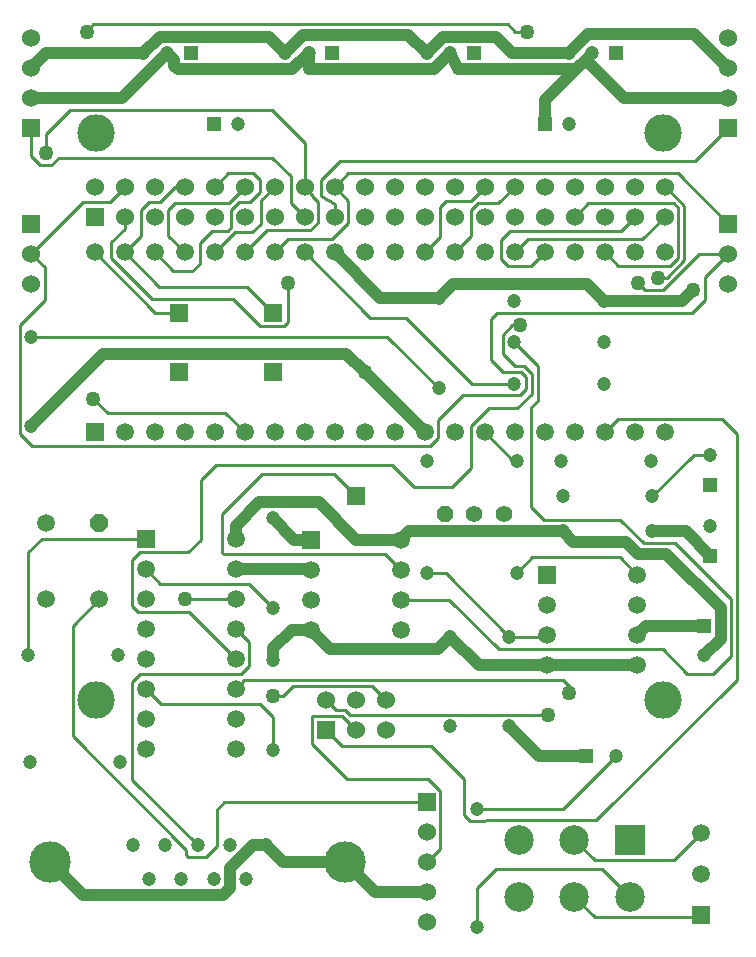
<source format=gbl>
%FSLAX23Y23*%
%MOMM*%
%SFA1B1*%

%IPPOS*%
%AMD18*
4,1,8,-0.749300,-0.309880,-0.309880,-0.749300,0.309880,-0.749300,0.749300,-0.309880,0.749300,0.309880,0.309880,0.749300,-0.309880,0.749300,-0.749300,0.309880,-0.749300,-0.309880,0.0*
%
%AMD21*
4,1,8,-0.292100,0.701040,-0.701040,0.292100,-0.701040,-0.292100,-0.292100,-0.701040,0.292100,-0.701040,0.701040,-0.292100,0.701040,0.292100,0.292100,0.701040,-0.292100,0.701040,0.0*
%
%ADD10C,0.253999*%
%ADD11C,0.999998*%
%ADD12R,1.499997X1.499997*%
%ADD13C,1.199998*%
%ADD14C,1.523997*%
%ADD15R,1.523997X1.523997*%
%ADD16R,1.199998X1.199998*%
%ADD17C,1.499997*%
G04~CAMADD=18~4~0.0~0.0~590.6~590.6~0.0~173.0~0~0.0~0.0~0.0~0.0~0~0.0~0.0~0.0~0.0~0~0.0~0.0~0.0~135.0~590.6~590.6*
%ADD18D18*%
%ADD19R,1.499997X1.499997*%
%ADD20C,1.499997*%
G04~CAMADD=21~4~0.0~0.0~551.2~551.2~0.0~161.4~0~0.0~0.0~0.0~0.0~0~0.0~0.0~0.0~0.0~0~0.0~0.0~0.0~45.0~551.2~551.2*
%ADD21D21*%
%ADD22C,1.399997*%
%ADD23C,3.499993*%
%ADD24C,2.499995*%
%ADD25R,2.499995X2.499995*%
%ADD26R,1.199998X1.199998*%
%ADD27R,1.499997X1.499997*%
%ADD28R,1.523997X1.523997*%
%ADD29C,3.174994*%
%ADD30C,1.269997*%
G54D10*
X1249Y23999D02*
Y32759D01*
X2379Y33889*
X11189*
X10727Y32734D02*
X14817D01*
X15858Y33775*
Y38855*
X17128Y40125*
X32063*
X33892Y38297*
X37169*
X38744Y39871*
Y43402*
X40281Y44940*
X42661*
X43888Y46167*
Y47839*
X43239Y48488*
X42477*
X41411Y49555*
Y51174*
X42223Y51987*
X42909*
X42985Y47980D02*
X43380Y47585D01*
Y46526*
X42873Y46018*
X38033*
X35950Y43935*
Y42411*
X35264Y41726*
X1583*
X517Y42792*
Y51987*
X2650Y54121*
Y56849*
X1499Y57999*
X5897Y62397*
X8137*
X9409Y63669*
Y61129D02*
Y60143D01*
X8264Y58998*
Y57651*
X11769Y54146*
X18591*
X20868Y51868*
X22902*
X23249Y52216*
Y55499*
X21999Y52999D02*
X19786Y55213D01*
X12316*
X9409Y58119*
X10804Y59514*
Y61715*
X11489Y62401*
X12406*
X13674Y63669*
X14489*
X13715Y62315D02*
X18215D01*
X19569Y63669*
X18174Y64814D02*
X20303D01*
X20862Y64255*
Y63239*
X20043Y62420*
X19128*
X18424Y61715*
Y60242*
X18144Y59963*
X16823*
X15757Y58896*
Y57143*
X15147Y56534*
X13535*
X11949Y58119*
X14489D02*
X13115Y59494D01*
Y61715*
X13715Y62315*
X17029Y58119D02*
X18746Y59836D01*
X20227*
X20964Y60572*
Y62524*
X22109Y63669*
X21436Y59986D02*
X25123D01*
X25792Y60656*
Y62389*
X25304Y62877*
Y63015*
X24649Y63669*
Y67380*
X21855Y70174*
X4809*
X2749Y68114*
Y66499*
X3842Y66160D02*
X21903D01*
X23504Y64560*
Y62275*
X24649Y61129*
Y58119D02*
X30223Y52546D01*
X33257*
X38804Y46999*
X42399*
X41449Y47980D02*
X42985D01*
X44396Y48502D02*
Y45575D01*
X43824Y45002*
Y36569*
X44890Y35503*
X51367*
X53374Y33496*
X56041*
X60765Y28772*
Y23996*
X59241Y22472*
X57057*
X55000Y24530*
X41093*
X36893Y28729*
X32809*
X34999Y30999D02*
X36599D01*
X41999Y25599*
X45059*
X45189Y25729*
X46573Y21920D02*
X47304Y21190D01*
Y21054*
X47076Y20826*
X46573Y21920D02*
X19540D01*
X18809Y21189*
X19287Y22447D02*
X19948Y23107D01*
Y25131*
X18809Y26269*
Y23729D02*
X14885Y27654D01*
X10575*
X10042Y28187*
Y32048*
X10727Y32734*
X11189Y31349D02*
X12446Y30092D01*
X19906*
X21999Y27999*
X17763Y32632D02*
X31446D01*
X32809Y31269*
X28999Y37499D02*
X27110Y39389D01*
X21065*
X17662Y35985*
Y32734*
X17763Y32632*
X18809Y28809D02*
X14512D01*
X10727Y22447D02*
X19287D01*
X20887Y19907D02*
X21999Y18795D01*
Y15999*
X25307Y16478D02*
Y18872D01*
X27856*
X28999Y17729*
X28498Y18993D02*
X45249D01*
X50999Y15499D02*
X46499Y10999D01*
X39249*
X38159Y10509D02*
Y13532D01*
X35340Y16351*
X27838*
X26459Y17729*
Y20269D02*
X27348Y19380D01*
X28110*
X28498Y18993*
X31539Y20269D02*
X30396Y21412D01*
X23637*
X22796Y20571*
X21999*
X20887Y19907D02*
X12472D01*
X11189Y21189*
X10727Y22447D02*
X10042Y21761D01*
Y13477*
X15599Y7919*
X14614Y7563D02*
Y7135D01*
X14810Y6938*
X16315*
X17204Y7827*
Y10915*
X17868Y11579*
X34999*
X35111Y13582D02*
X36153Y12541D01*
Y7653*
X34999Y6499*
X39249Y4311D02*
X40875Y5937D01*
X49847*
X52199Y3584*
X49236Y1848D02*
X58098D01*
X58249Y1999*
X55924Y6674D02*
X58249Y8999D01*
X55924Y6674D02*
X49240D01*
X47499Y8414*
X49361Y10052D02*
X61273Y21964D01*
Y42742*
X60003Y44012*
X51182*
X50049Y42879*
X54099Y37499D02*
X57599Y40999D01*
X58999*
X52809Y30809D02*
X51317Y32302D01*
X43902*
X42599Y30999*
Y40499D02*
X42269D01*
X39889Y42879*
X44396Y48502D02*
X42399Y50499D01*
X40924Y52999D02*
X57460D01*
X58556Y54095*
Y56056*
X60499Y57999*
X58087*
X55021Y54934*
X53501*
X52917Y55518*
X54542Y55950D02*
X55312D01*
X56803Y57441*
Y62078*
X55558Y63323*
X55129*
Y63669*
Y61129D02*
X53252Y59252D01*
X43562*
X42429Y58119*
X41284Y57550D02*
Y59175D01*
X42071Y59963*
X51423*
X52589Y61129*
X56295Y57651D02*
Y61868D01*
X55890Y62272*
X48652*
X47509Y61129*
X50049Y58119D02*
X51180Y56988D01*
X55632*
X56295Y57651*
X60499Y60539D02*
X56226Y64812D01*
X28332*
X27189Y63669*
X28355Y62504*
Y60623*
X26984Y59252*
X23242*
X22109Y58119*
X21436Y59986D02*
X19569Y58119D01*
X13999Y52999D02*
X11989D01*
X6869Y58119*
X1499Y50999D02*
X28249D01*
X30870*
X30871Y50999*
X31650*
X35999Y46649*
X40414Y49015D02*
Y52489D01*
X40924Y52999*
X40414Y49015D02*
X41449Y47980D01*
X43838Y56988D02*
X44969Y58119D01*
X43838Y56988D02*
X41845D01*
X41284Y57550*
X41034Y62274D02*
X42429Y63669D01*
X39889D02*
X38723Y62503D01*
X36635*
X36077Y61944*
Y59387*
X34809Y58119*
X37349D02*
X38744Y59514D01*
Y61715*
X39302Y62274*
X41034*
X27669Y65881D02*
X57691D01*
X60499Y68689*
X43499Y76828D02*
X42477D01*
X41868Y77438*
X6749*
X6249Y76749*
X1499Y68689D02*
Y66249D01*
X2261Y65487*
X3169*
X3842Y66160*
X17029Y63669D02*
X18174Y64814D01*
X26044Y64255D02*
X27669Y65881D01*
X27189Y62223D02*
X26044Y62935D01*
Y64255*
X27189Y62223D02*
Y61129D01*
X17929Y44520D02*
X19569Y42879D01*
X17929Y44520D02*
X7979D01*
X6749Y45749*
X7249Y28749D02*
X5012Y26512D01*
Y17164*
X14614Y7563*
X25307Y16478D02*
X28203Y13582D01*
X35111*
X38159Y10509D02*
X38667Y10001D01*
X41157Y10052*
X49361*
X47499Y3584D02*
X49236Y1848D01*
X39249Y4311D02*
Y999D01*
G54D11*
X3099Y6499D02*
X5874Y3725D01*
X17737*
X18323Y4311*
Y5967*
X20275Y7919*
X21379*
X22799Y6499*
X28099*
X30639Y3959*
X34999*
X48499Y15499D02*
X44499D01*
X41999Y17999*
X45189Y23189D02*
X52809D01*
X58499Y23999D02*
X59876Y25376D01*
Y27984*
X55254Y32607*
X52866*
X51875Y33598*
X47401*
X46499Y34499*
X33499*
X32809Y33809*
X29032*
X25866Y36976*
X20811*
X18809Y34974*
Y33889*
Y31349D02*
X25109D01*
X25189Y31269*
Y33809D02*
X23790D01*
X21999Y35599*
Y24631D02*
X23557Y26189D01*
X25189*
X26798Y24581*
X35981*
X36999Y25599*
X39409Y23189*
X45189*
X52809Y25729D02*
X53579Y26499D01*
X58499*
X58999Y32459D02*
X56959Y34499D01*
X54099*
X56596Y53999D02*
X57540Y54943D01*
X56596Y53999D02*
X49999D01*
X48532Y55467*
X37217*
X35999Y54249*
X31059*
X27189Y58119*
X28165Y49523D02*
X29729Y47959D01*
X34809Y42879*
X29729Y47959*
X28165Y49523D02*
X7623D01*
X1499Y43399*
X21999Y24631D02*
Y23599D01*
X44999Y68999D02*
Y70999D01*
X47628Y73628*
X48453Y74453*
X48999Y74999*
X48453Y74453*
X51677Y71229*
X60499*
Y73769D02*
X57644Y76625D01*
X48625*
X46999Y74999*
X42249*
X40877Y76371*
X36371*
X34999Y74999*
X33450Y76549*
X24549*
X22999Y74999*
X21628Y76371*
X12371*
X10999Y74999*
X2729*
X1499Y73769*
Y71229D02*
X9229D01*
X12999Y74999*
X13623Y74376*
Y73907*
X13902Y73628*
X23628*
X24999Y74999*
Y73684*
X25056Y73628*
X35628*
X36999Y74999*
X37651Y73628*
X47628*
G54D12*
X25189Y33809D03*
X28999Y37499D03*
X21999Y47999D03*
Y52999D03*
X13999D03*
Y47999D03*
G54D13*
X1399Y14999D03*
X8999D03*
X8849Y23999D03*
X1249D03*
X10119Y7919D03*
X12859D03*
X11489Y5079D03*
X14229D03*
X15599Y7919D03*
X18339D03*
X19709Y5079D03*
X16969D03*
X21379Y7919D03*
X21999Y15999D03*
Y23599D03*
Y27999D03*
Y35599D03*
X34999Y30999D03*
X36999Y25599D03*
X41999D03*
X36999Y17999D03*
X41999D03*
X39249Y10999D03*
Y999D03*
X50999Y15499D03*
X58499Y23999D03*
X58999Y34999D03*
Y40999D03*
X53999Y40499D03*
X54099Y37499D03*
Y34499D03*
X46399Y40499D03*
X46499Y37499D03*
Y34499D03*
X42599Y40499D03*
X42399Y46999D03*
Y50499D03*
Y53999D03*
X35999Y54249D03*
Y46649D03*
X34999Y40499D03*
X42599Y30999D03*
X49999Y46999D03*
Y50499D03*
Y53999D03*
X46999Y68999D03*
Y74999D03*
X48999D03*
X36999D03*
X34999D03*
X24999D03*
X22999D03*
X18999Y68999D03*
X12999Y74999D03*
X10999D03*
X1499Y50999D03*
Y43399D03*
G54D14*
X26459Y20269D03*
X28999D03*
Y17729D03*
X31539D03*
Y20269D03*
X34999Y9039D03*
Y6499D03*
Y3959D03*
Y1419D03*
X60499Y55459D03*
Y57999D03*
X55129Y63669D03*
X52589D03*
Y61129D03*
X55129D03*
X50049Y63669D03*
Y61129D03*
X47509Y63669D03*
Y61129D03*
X44969Y63669D03*
Y61129D03*
X42429Y63669D03*
X39889D03*
Y61129D03*
X42429D03*
X37349Y63669D03*
Y61129D03*
X34809Y63669D03*
Y61129D03*
X32269Y63669D03*
Y61129D03*
X29729Y63669D03*
X27189D03*
Y61129D03*
X29729D03*
X24649Y63669D03*
Y61129D03*
X22109Y63669D03*
Y61129D03*
X19569Y63669D03*
X17029D03*
Y61129D03*
X19569D03*
X14489Y63669D03*
Y61129D03*
X11949Y63669D03*
Y61129D03*
X9409Y63669D03*
Y61129D03*
X6869Y63669D03*
X1499Y57999D03*
Y55459D03*
Y71229D03*
Y73769D03*
Y76309D03*
X60499Y71229D03*
Y73769D03*
Y76309D03*
G54D15*
X34999Y11579D03*
X60499Y60539D03*
Y68689D03*
X1499D03*
Y60539D03*
G54D16*
X48499Y15499D03*
X44999Y68999D03*
X50999Y74999D03*
X38999D03*
X26999D03*
X16999Y68999D03*
X14999Y74999D03*
G54D17*
X7249Y28749D03*
X2749D03*
Y35249D03*
X9409Y42879D03*
X11949D03*
X14489D03*
X17029D03*
X19569D03*
X22109D03*
X24649D03*
X27189D03*
X29729D03*
X32269D03*
X34809D03*
X37349D03*
X39889D03*
X42429D03*
X44969D03*
X47509D03*
X50049D03*
X52589D03*
X55129D03*
Y58119D03*
X52589D03*
X50049D03*
X47509D03*
X44969D03*
X42429D03*
X39889D03*
X37349D03*
X34809D03*
X32269D03*
X29729D03*
X27189D03*
X24649D03*
X22109D03*
X19569D03*
X17029D03*
X14489D03*
X11949D03*
X9409D03*
X6869D03*
X25189Y31269D03*
Y28729D03*
Y26189D03*
X32809D03*
Y28729D03*
Y31269D03*
Y33809D03*
X58249Y8999D03*
Y5499D03*
G54D18*
X7249Y35249D03*
G54D19*
X11189Y33889D03*
X45189Y30809D03*
G54D20*
X11189Y16109D03*
Y18649D03*
Y21189D03*
Y23729D03*
Y26269D03*
Y28809D03*
Y31349D03*
X18809Y26269D03*
Y23729D03*
Y21189D03*
Y18649D03*
Y16109D03*
Y28809D03*
Y31349D03*
Y33889D03*
X45189Y23189D03*
Y25729D03*
Y28269D03*
X52809Y23189D03*
Y25729D03*
Y28269D03*
Y30809D03*
G54D21*
X36499Y35999D03*
G54D22*
X38999Y35999D03*
X41499D03*
G54D23*
X3099Y6499D03*
X28099D03*
G54D24*
X42799Y3584D03*
X47499D03*
X52199D03*
X47499Y8414D03*
X42799D03*
G54D25*
X52199Y8414D03*
G54D26*
X58499Y26499D03*
X58999Y32459D03*
Y38459D03*
G54D27*
X6869Y42879D03*
X58249Y1999D03*
G54D28*
X26459Y17729D03*
X6869Y61129D03*
G54D29*
X6999Y20199D03*
X54999D03*
Y68199D03*
X6999D03*
G54D30*
X14512Y28809D03*
X21999Y20571D03*
X45249Y18993D03*
X47076Y20826D03*
X29729Y47959D03*
X23249Y55499D03*
X6749Y45749D03*
X2749Y66499D03*
X6249Y76749D03*
X42909Y51987D03*
X52917Y55518D03*
X54542Y55950D03*
X57540Y54943D03*
X43499Y76828D03*
M02*
</source>
